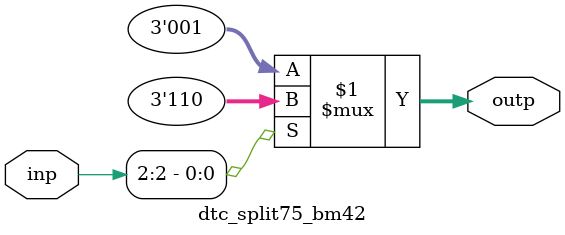
<source format=v>
module dtc_split75_bm42 (
	input  wire [7-1:0] inp,
	output wire [3-1:0] outp
);


	assign outp = (inp[2]) ? 3'b110 : 3'b001;

endmodule
</source>
